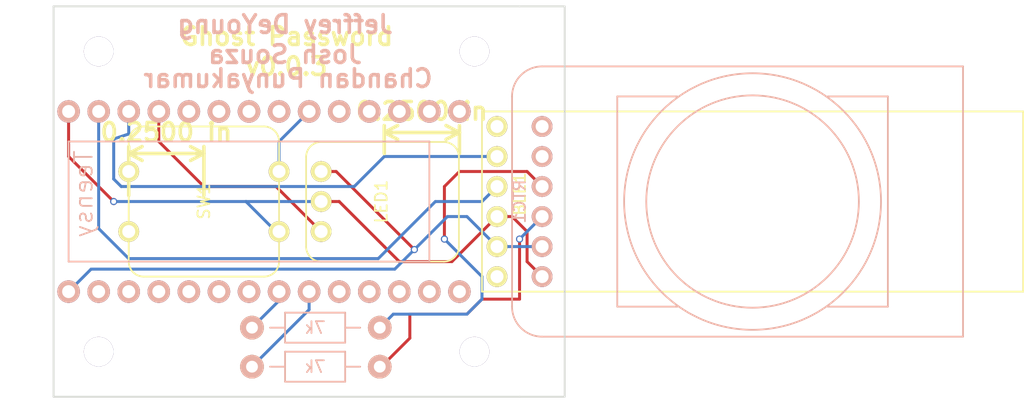
<source format=kicad_pcb>
(kicad_pcb (version 4) (host pcbnew 4.0.0-rc1-stable)

  (general
    (links 17)
    (no_connects 2)
    (area 100.734536 58.87488 187.600001 93.47418)
    (thickness 1.6)
    (drawings 13)
    (tracks 71)
    (zones 0)
    (modules 11)
    (nets 35)
  )

  (page A4)
  (layers
    (0 F.Cu signal)
    (31 B.Cu signal)
    (32 B.Adhes user)
    (33 F.Adhes user)
    (34 B.Paste user)
    (35 F.Paste user)
    (36 B.SilkS user)
    (37 F.SilkS user)
    (38 B.Mask user)
    (39 F.Mask user)
    (40 Dwgs.User user)
    (41 Cmts.User user)
    (42 Eco1.User user)
    (43 Eco2.User user)
    (44 Edge.Cuts user)
    (45 Margin user)
    (46 B.CrtYd user)
    (47 F.CrtYd user)
    (48 B.Fab user)
    (49 F.Fab user)
  )

  (setup
    (last_trace_width 0.25)
    (trace_clearance 0.2)
    (zone_clearance 0.508)
    (zone_45_only no)
    (trace_min 0.2)
    (segment_width 0.2)
    (edge_width 0.15)
    (via_size 0.6)
    (via_drill 0.4)
    (via_min_size 0.4)
    (via_min_drill 0.3)
    (uvia_size 0.3)
    (uvia_drill 0.1)
    (uvias_allowed no)
    (uvia_min_size 0.2)
    (uvia_min_drill 0.1)
    (pcb_text_width 0.3)
    (pcb_text_size 1.5 1.5)
    (mod_edge_width 0.15)
    (mod_text_size 1 1)
    (mod_text_width 0.15)
    (pad_size 1.524 1.524)
    (pad_drill 0.762)
    (pad_to_mask_clearance 0.2)
    (aux_axis_origin 109.22 64.77)
    (visible_elements 7FFFFFFF)
    (pcbplotparams
      (layerselection 0x010f0_80000001)
      (usegerberextensions true)
      (excludeedgelayer true)
      (linewidth 0.020000)
      (plotframeref false)
      (viasonmask false)
      (mode 1)
      (useauxorigin false)
      (hpglpennumber 1)
      (hpglpenspeed 20)
      (hpglpendiameter 15)
      (hpglpenoverlay 2)
      (psnegative false)
      (psa4output false)
      (plotreference true)
      (plotvalue true)
      (plotinvisibletext false)
      (padsonsilk false)
      (subtractmaskfromsilk false)
      (outputformat 1)
      (mirror false)
      (drillshape 0)
      (scaleselection 1)
      (outputdirectory output))
  )

  (net 0 "")
  (net 1 "Net-(BLE1-Pad1)")
  (net 2 /VCC)
  (net 3 /GND)
  (net 4 /BLE-RX-1)
  (net 5 "Net-(BLE1-Pad6)")
  (net 6 /LED-DIN)
  (net 7 /RTC-SDA)
  (net 8 /RTC-SCL)
  (net 9 "Net-(RTC1-Pad5)")
  (net 10 "Net-(RTC1-Pad6)")
  (net 11 /BTN-IN)
  (net 12 "Net-(U1-Pad5)")
  (net 13 "Net-(U1-Pad6)")
  (net 14 "Net-(U1-Pad10)")
  (net 15 "Net-(U1-Pad11)")
  (net 16 "Net-(U1-Pad12)")
  (net 17 "Net-(U1-Pad20)")
  (net 18 "Net-(U1-Pad21)")
  (net 19 "Net-(U1-Pad22)")
  (net 20 "Net-(U1-Pad23)")
  (net 21 "Net-(U1-Pad24)")
  (net 22 "Net-(U1-Pad25)")
  (net 23 "Net-(U1-Pad3)")
  (net 24 "Net-(U1-Pad4)")
  (net 25 "Net-(U1-Pad8)")
  (net 26 "Net-(U1-Pad9)")
  (net 27 "Net-(R70k1-Pad1)")
  (net 28 "Net-(70k1-Pad1)")
  (net 29 "Net-(BLE1-Pad4)")
  (net 30 "Net-(U1-Pad13)")
  (net 31 "Net-(U1-Pad14)")
  (net 32 "Net-(U1-Pad15)")
  (net 33 "Net-(U1-Pad16)")
  (net 34 "Net-(U1-Pad17)")

  (net_class Default "This is the default net class."
    (clearance 0.2)
    (trace_width 0.25)
    (via_dia 0.6)
    (via_drill 0.4)
    (uvia_dia 0.3)
    (uvia_drill 0.1)
    (add_net /BLE-RX-1)
    (add_net /BTN-IN)
    (add_net /GND)
    (add_net /LED-DIN)
    (add_net /RTC-SCL)
    (add_net /RTC-SDA)
    (add_net /VCC)
    (add_net "Net-(70k1-Pad1)")
    (add_net "Net-(BLE1-Pad1)")
    (add_net "Net-(BLE1-Pad4)")
    (add_net "Net-(BLE1-Pad6)")
    (add_net "Net-(R70k1-Pad1)")
    (add_net "Net-(RTC1-Pad5)")
    (add_net "Net-(RTC1-Pad6)")
    (add_net "Net-(U1-Pad10)")
    (add_net "Net-(U1-Pad11)")
    (add_net "Net-(U1-Pad12)")
    (add_net "Net-(U1-Pad13)")
    (add_net "Net-(U1-Pad14)")
    (add_net "Net-(U1-Pad15)")
    (add_net "Net-(U1-Pad16)")
    (add_net "Net-(U1-Pad17)")
    (add_net "Net-(U1-Pad20)")
    (add_net "Net-(U1-Pad21)")
    (add_net "Net-(U1-Pad22)")
    (add_net "Net-(U1-Pad23)")
    (add_net "Net-(U1-Pad24)")
    (add_net "Net-(U1-Pad25)")
    (add_net "Net-(U1-Pad3)")
    (add_net "Net-(U1-Pad4)")
    (add_net "Net-(U1-Pad5)")
    (add_net "Net-(U1-Pad6)")
    (add_net "Net-(U1-Pad8)")
    (add_net "Net-(U1-Pad9)")
  )

  (module Teensy-3.1 (layer B.Cu) (tedit 5653BE83) (tstamp 562D104E)
    (at 109.22 68.58)
    (path /563DA0BC)
    (fp_text reference Teensy (at -1.27 6.985 90) (layer B.SilkS)
      (effects (font (size 1.5 1.5) (thickness 0.15)) (justify mirror))
    )
    (fp_text value Teensy_3.1 (at 5.08 10.16) (layer B.Fab)
      (effects (font (size 1.5 1.5) (thickness 0.15)) (justify mirror))
    )
    (fp_line (start -2.54 12.7) (end 27.94 12.7) (layer B.SilkS) (width 0.15))
    (fp_line (start 27.94 12.7) (end 27.94 2.54) (layer B.SilkS) (width 0.15))
    (fp_line (start 27.94 2.54) (end -2.54 2.54) (layer B.SilkS) (width 0.15))
    (fp_line (start -2.54 2.54) (end -2.54 12.7) (layer B.SilkS) (width 0.15))
    (pad 0 thru_hole circle (at 0 0) (size 1.9 1.9) (drill 1.0922) (layers *.Cu *.Mask B.SilkS)
      (net 29 "Net-(BLE1-Pad4)"))
    (pad 1 thru_hole circle (at 2.54 0) (size 1.9 1.9) (drill 1.0922) (layers *.Cu *.Mask B.SilkS)
      (net 4 /BLE-RX-1))
    (pad 2 thru_hole circle (at 5.08 0) (size 1.9 1.9) (drill 1.0922) (layers *.Cu *.Mask B.SilkS)
      (net 6 /LED-DIN))
    (pad 3 thru_hole circle (at 7.62 0) (size 1.9 1.9) (drill 1.0922) (layers *.Cu *.Mask B.SilkS)
      (net 23 "Net-(U1-Pad3)"))
    (pad 4 thru_hole circle (at 10.16 0) (size 1.9 1.9) (drill 1.0922) (layers *.Cu *.Mask B.SilkS)
      (net 24 "Net-(U1-Pad4)"))
    (pad 5 thru_hole circle (at 12.7 0) (size 1.9 1.9) (drill 1.0922) (layers *.Cu *.Mask B.SilkS)
      (net 12 "Net-(U1-Pad5)"))
    (pad 6 thru_hole circle (at 15.24 0) (size 1.9 1.9) (drill 1.0922) (layers *.Cu *.Mask B.SilkS)
      (net 13 "Net-(U1-Pad6)"))
    (pad 7 thru_hole circle (at 17.78 0) (size 1.9 1.9) (drill 1.0922) (layers *.Cu *.Mask B.SilkS)
      (net 11 /BTN-IN))
    (pad 8 thru_hole circle (at 20.32 0) (size 1.9 1.9) (drill 1.0922) (layers *.Cu *.Mask B.SilkS)
      (net 25 "Net-(U1-Pad8)"))
    (pad 9 thru_hole circle (at 22.86 0) (size 1.9 1.9) (drill 1.0922) (layers *.Cu *.Mask B.SilkS)
      (net 26 "Net-(U1-Pad9)"))
    (pad 10 thru_hole circle (at 25.4 0) (size 1.9 1.9) (drill 1.0922) (layers *.Cu *.Mask B.SilkS)
      (net 14 "Net-(U1-Pad10)"))
    (pad 11 thru_hole circle (at 27.94 0) (size 1.9 1.9) (drill 1.0922) (layers *.Cu *.Mask B.SilkS)
      (net 15 "Net-(U1-Pad11)"))
    (pad 12 thru_hole circle (at 30.48 0) (size 1.9 1.9) (drill 1.0922) (layers *.Cu *.Mask B.SilkS)
      (net 16 "Net-(U1-Pad12)"))
    (pad 13 thru_hole circle (at 30.48 15.24) (size 1.9 1.9) (drill 1.0922) (layers *.Cu *.Mask B.SilkS)
      (net 30 "Net-(U1-Pad13)"))
    (pad 14 thru_hole circle (at 27.94 15.24) (size 1.9 1.9) (drill 1.0922) (layers *.Cu *.Mask B.SilkS)
      (net 31 "Net-(U1-Pad14)"))
    (pad 15 thru_hole circle (at 25.4 15.24) (size 1.9 1.9) (drill 1.0922) (layers *.Cu *.Mask B.SilkS)
      (net 32 "Net-(U1-Pad15)"))
    (pad 16 thru_hole circle (at 22.86 15.24) (size 1.9 1.9) (drill 1.0922) (layers *.Cu *.Mask B.SilkS)
      (net 33 "Net-(U1-Pad16)"))
    (pad 17 thru_hole circle (at 20.32 15.24) (size 1.9 1.9) (drill 1.0922) (layers *.Cu *.Mask B.SilkS)
      (net 34 "Net-(U1-Pad17)"))
    (pad 18 thru_hole circle (at 17.78 15.24) (size 1.9 1.9) (drill 1.0922) (layers *.Cu *.Mask B.SilkS)
      (net 27 "Net-(R70k1-Pad1)"))
    (pad 19 thru_hole circle (at 15.24 15.24) (size 1.9 1.9) (drill 1.0922) (layers *.Cu *.Mask B.SilkS)
      (net 28 "Net-(70k1-Pad1)"))
    (pad 20 thru_hole circle (at 12.7 15.24) (size 1.9 1.9) (drill 1.0922) (layers *.Cu *.Mask B.SilkS)
      (net 17 "Net-(U1-Pad20)"))
    (pad 21 thru_hole circle (at 10.16 15.24) (size 1.9 1.9) (drill 1.0922) (layers *.Cu *.Mask B.SilkS)
      (net 18 "Net-(U1-Pad21)"))
    (pad 22 thru_hole circle (at 7.62 15.24) (size 1.9 1.9) (drill 1.0922) (layers *.Cu *.Mask B.SilkS)
      (net 19 "Net-(U1-Pad22)"))
    (pad 23 thru_hole circle (at 5.08 15.24) (size 1.9 1.9) (drill 1.0922) (layers *.Cu *.Mask B.SilkS)
      (net 20 "Net-(U1-Pad23)"))
    (pad 24 thru_hole circle (at 2.54 15.24) (size 1.9 1.9) (drill 1.0922) (layers *.Cu *.Mask B.SilkS)
      (net 21 "Net-(U1-Pad24)"))
    (pad 25 thru_hole circle (at 0 15.24) (size 1.9 1.9) (drill 1.0922) (layers *.Cu *.Mask B.SilkS)
      (net 22 "Net-(U1-Pad25)"))
    (pad 26 thru_hole circle (at -2.54 15.24) (size 1.9 1.9) (drill 1.0922) (layers *.Cu *.Mask B.SilkS)
      (net 2 /VCC))
    (pad 27 thru_hole circle (at -2.54 0) (size 1.9 1.9) (drill 1.0922) (layers *.Cu *.Mask B.SilkS)
      (net 3 /GND))
  )

  (module Resistor_Horizontal_RM10mm (layer B.Cu) (tedit 5653BBE9) (tstamp 563DCE50)
    (at 127.254 86.868)
    (descr "Resistor, Axial,  RM 10mm, 1/3W,")
    (tags "Resistor, Axial, RM 10mm, 1/3W,")
    (path /563DD290)
    (fp_text reference 7k (at 0.254 0) (layer B.SilkS)
      (effects (font (size 1 1) (thickness 0.15)) (justify mirror))
    )
    (fp_text value R_Small (at 0.254 -1.905) (layer B.Fab)
      (effects (font (size 1 1) (thickness 0.15)) (justify mirror))
    )
    (fp_line (start -2.286 1.27) (end 2.794 1.27) (layer B.SilkS) (width 0.15))
    (fp_line (start 2.794 1.27) (end 2.794 -1.27) (layer B.SilkS) (width 0.15))
    (fp_line (start 2.794 -1.27) (end -2.286 -1.27) (layer B.SilkS) (width 0.15))
    (fp_line (start -2.286 -1.27) (end -2.286 1.27) (layer B.SilkS) (width 0.15))
    (fp_line (start -2.286 0) (end -3.556 0) (layer B.SilkS) (width 0.15))
    (fp_line (start 2.794 0) (end 4.064 0) (layer B.SilkS) (width 0.15))
    (pad 1 thru_hole circle (at -5.08 0) (size 1.99898 1.99898) (drill 1.00076) (layers *.Cu *.SilkS *.Mask)
      (net 28 "Net-(70k1-Pad1)"))
    (pad 2 thru_hole circle (at 5.715 0) (size 1.99898 1.99898) (drill 1.00076) (layers *.Cu *.SilkS *.Mask)
      (net 8 /RTC-SCL))
    (model Resistors_ThroughHole.3dshapes/Resistor_Horizontal_RM10mm.wrl
      (at (xyz 0 0 0))
      (scale (xyz 0.4 0.4 0.4))
      (rotate (xyz 0 0 0))
    )
  )

  (module NeoPixel_Jewel (layer F.Cu) (tedit 5653B7E4) (tstamp 562D1020)
    (at 126.746 81.28 90)
    (path /562C13AF)
    (fp_text reference LED1 (at 5.08 6.35 90) (layer F.SilkS)
      (effects (font (size 1 1) (thickness 0.15)))
    )
    (fp_text value NeoPixel_Jewel (at 8.89 6.35 180) (layer F.Fab)
      (effects (font (size 1 1) (thickness 0.15)))
    )
    (fp_line (start 1.27 0) (end 8.85 0) (layer F.SilkS) (width 0.15))
    (fp_line (start 0 11.64) (end 0 1.27) (layer F.SilkS) (width 0.15))
    (fp_line (start 8.89 12.91) (end 1.27 12.91) (layer F.SilkS) (width 0.15))
    (fp_line (start 10.12 11.64) (end 10.12 1.27) (layer F.SilkS) (width 0.15))
    (fp_arc (start 1.27 11.64) (end 1.27 12.91) (angle 90) (layer F.SilkS) (width 0.15))
    (fp_arc (start 8.85 11.64) (end 10.12 11.64) (angle 90) (layer F.SilkS) (width 0.15))
    (fp_arc (start 8.85 1.27) (end 8.85 0) (angle 90) (layer F.SilkS) (width 0.15))
    (fp_arc (start 1.27 1.27) (end 0 1.27) (angle 90) (layer F.SilkS) (width 0.15))
    (pad 1 thru_hole circle (at 7.62 1.27 90) (size 1.7526 1.7526) (drill 1.0922) (layers *.Cu *.Mask F.SilkS)
      (net 2 /VCC))
    (pad 2 thru_hole circle (at 5.08 1.27 90) (size 1.7526 1.7526) (drill 1.0922) (layers *.Cu *.Mask F.SilkS)
      (net 3 /GND))
    (pad 3 thru_hole circle (at 2.54 1.27 90) (size 1.7526 1.7526) (drill 1.0922) (layers *.Cu *.Mask F.SilkS)
      (net 6 /LED-DIN))
  )

  (module GhostPassword:Tactile_switch (layer F.Cu) (tedit 563D6BE0) (tstamp 562D1032)
    (at 118.11 76.2 270)
    (path /562C1496)
    (fp_text reference SW1 (at 0 0 270) (layer F.SilkS)
      (effects (font (size 1 1) (thickness 0.15)))
    )
    (fp_text value SW_PUSH (at 0 -8.89 270) (layer F.Fab)
      (effects (font (size 1 1) (thickness 0.15)))
    )
    (fp_line (start 6.35 -5.08) (end 6.35 5.08) (layer F.SilkS) (width 0.15))
    (fp_arc (start 5.08 5.08) (end 6.35 5.08) (angle 90) (layer F.SilkS) (width 0.15))
    (fp_arc (start -5.08 5.08) (end -5.08 6.35) (angle 90) (layer F.SilkS) (width 0.15))
    (fp_line (start -6.35 -5.08) (end -6.35 5.08) (layer F.SilkS) (width 0.15))
    (fp_line (start 5.08 6.35) (end -5.08 6.35) (layer F.SilkS) (width 0.15))
    (fp_line (start 5.08 -6.35) (end -5.08 -6.35) (layer F.SilkS) (width 0.15))
    (fp_arc (start 5.08 -5.08) (end 5.08 -6.35) (angle 90) (layer F.SilkS) (width 0.15))
    (fp_arc (start -5.08 -5.08) (end -6.35 -5.08) (angle 90) (layer F.SilkS) (width 0.15))
    (pad 2 thru_hole circle (at 2.54 -6.35 270) (size 1.7526 1.7526) (drill 1.0922) (layers *.Cu *.Mask F.SilkS)
      (net 3 /GND))
    (pad 1 thru_hole circle (at -2.54 -6.35 270) (size 1.7526 1.7526) (drill 1.0922) (layers *.Cu *.Mask F.SilkS)
      (net 11 /BTN-IN))
    (pad 1 thru_hole circle (at -2.54 6.35 270) (size 1.7526 1.7526) (drill 1.0922) (layers *.Cu *.Mask F.SilkS)
      (net 11 /BTN-IN))
    (pad 2 thru_hole circle (at 2.54 6.35 270) (size 1.7526 1.7526) (drill 1.0922) (layers *.Cu *.Mask F.SilkS)
      (net 3 /GND))
  )

  (module Mounting_Holes:MountingHole_2-5mm (layer F.Cu) (tedit 563E767B) (tstamp 562D9588)
    (at 109.22 63.5)
    (descr "Mounting hole, Befestigungsbohrung, 2,5mm, No Annular, Kein Restring,")
    (tags "Mounting hole, Befestigungsbohrung, 2,5mm, No Annular, Kein Restring,")
    (fp_text reference REF** (at 0 -3.50012) (layer Dwgs.User)
      (effects (font (size 1 1) (thickness 0.15)))
    )
    (fp_text value MountingHole_2-5mm (at 0.09906 3.59918) (layer F.Fab)
      (effects (font (size 1 1) (thickness 0.15)))
    )
    (fp_circle (center 0 0) (end 2.5 0) (layer Cmts.User) (width 0.381))
    (pad 1 thru_hole circle (at 0 0) (size 2.5 2.5) (drill 2.5) (layers))
  )

  (module Mounting_Holes:MountingHole_2-5mm (layer F.Cu) (tedit 563E7683) (tstamp 562DA2FF)
    (at 140.97 63.5)
    (descr "Mounting hole, Befestigungsbohrung, 2,5mm, No Annular, Kein Restring,")
    (tags "Mounting hole, Befestigungsbohrung, 2,5mm, No Annular, Kein Restring,")
    (fp_text reference REF** (at 0 -3.50012) (layer Dwgs.User)
      (effects (font (size 1 1) (thickness 0.15)))
    )
    (fp_text value MountingHole_2-5mm (at 0.09906 3.59918) (layer F.Fab)
      (effects (font (size 1 1) (thickness 0.15)))
    )
    (fp_circle (center 0 0) (end 2.5 0) (layer Cmts.User) (width 0.381))
    (pad 1 thru_hole circle (at 0 0) (size 2.5 2.5) (drill 2.5) (layers))
  )

  (module Mounting_Holes:MountingHole_2-5mm (layer F.Cu) (tedit 563E766B) (tstamp 562DA306)
    (at 140.97 88.9)
    (descr "Mounting hole, Befestigungsbohrung, 2,5mm, No Annular, Kein Restring,")
    (tags "Mounting hole, Befestigungsbohrung, 2,5mm, No Annular, Kein Restring,")
    (fp_text reference REF** (at 0 -3.50012) (layer Dwgs.User)
      (effects (font (size 1 1) (thickness 0.15)))
    )
    (fp_text value MountingHole_2-5mm (at 0.09906 3.59918) (layer F.Fab)
      (effects (font (size 1 1) (thickness 0.15)))
    )
    (fp_circle (center 0 0) (end 2.5 0) (layer Cmts.User) (width 0.381))
    (pad 1 thru_hole circle (at 0 0) (size 2.5 2.5) (drill 2.5) (layers))
  )

  (module Mounting_Holes:MountingHole_2-5mm (layer F.Cu) (tedit 563E7673) (tstamp 562DA315)
    (at 109.22 88.9)
    (descr "Mounting hole, Befestigungsbohrung, 2,5mm, No Annular, Kein Restring,")
    (tags "Mounting hole, Befestigungsbohrung, 2,5mm, No Annular, Kein Restring,")
    (fp_text reference REF** (at 0 -3.50012) (layer Dwgs.User)
      (effects (font (size 1 1) (thickness 0.15)))
    )
    (fp_text value MountingHole_2-5mm (at 0.09906 3.59918) (layer F.Fab)
      (effects (font (size 1 1) (thickness 0.15)))
    )
    (fp_circle (center 0 0) (end 2.5 0) (layer Cmts.User) (width 0.381))
    (pad 1 thru_hole circle (at 0 0) (size 2.5 2.5) (drill 2.5) (layers))
  )

  (module GhostPassword:BlueSmirfHID (layer F.Cu) (tedit 563E76A5) (tstamp 562D1019)
    (at 141.605 83.82 90)
    (path /563DA39B)
    (fp_text reference BLE1 (at 8.255 3.175 90) (layer F.SilkS)
      (effects (font (size 1 1) (thickness 0.15)))
    )
    (fp_text value BlueSmirfHID (at 7.62 22.86 90) (layer F.Fab)
      (effects (font (size 1 1) (thickness 0.15)))
    )
    (fp_line (start 0 0) (end 15.24 0) (layer F.SilkS) (width 0.15))
    (fp_line (start 15.24 0) (end 15.24 45.72) (layer F.SilkS) (width 0.15))
    (fp_line (start 15.24 45.72) (end 0 45.72) (layer F.SilkS) (width 0.15))
    (fp_line (start 0 45.72) (end 0 0) (layer F.SilkS) (width 0.15))
    (pad 1 thru_hole circle (at 1.27 1.27 90) (size 1.7526 1.7526) (drill 1.0922) (layers *.Cu *.Mask F.SilkS)
      (net 1 "Net-(BLE1-Pad1)"))
    (pad 2 thru_hole circle (at 3.81 1.27 90) (size 1.7526 1.7526) (drill 1.0922) (layers *.Cu *.Mask F.SilkS)
      (net 2 /VCC))
    (pad 3 thru_hole circle (at 6.35 1.27 90) (size 1.7526 1.7526) (drill 1.0922) (layers *.Cu *.Mask F.SilkS)
      (net 3 /GND))
    (pad 4 thru_hole circle (at 8.89 1.27 90) (size 1.7526 1.7526) (drill 1.0922) (layers *.Cu *.Mask F.SilkS)
      (net 29 "Net-(BLE1-Pad4)"))
    (pad 5 thru_hole circle (at 11.43 1.27 90) (size 1.7526 1.7526) (drill 1.0922) (layers *.Cu *.Mask F.SilkS)
      (net 4 /BLE-RX-1))
    (pad 6 thru_hole circle (at 13.97 1.27 90) (size 1.7526 1.7526) (drill 1.0922) (layers *.Cu *.Mask F.SilkS)
      (net 5 "Net-(BLE1-Pad6)"))
  )

  (module GhostPassword:DS3231 (layer B.Cu) (tedit 563E76AB) (tstamp 562D102A)
    (at 144.145 64.77 270)
    (path /562C11B5)
    (fp_text reference RTC1 (at 11.43 -0.635 270) (layer B.SilkS)
      (effects (font (size 1 1) (thickness 0.15)) (justify mirror))
    )
    (fp_text value DS3231 (at 11.43 -35.06 270) (layer B.Fab)
      (effects (font (size 1 1) (thickness 0.15)) (justify mirror))
    )
    (fp_line (start 2.54 -31.75) (end 2.54 -26.67) (layer B.SilkS) (width 0.15))
    (fp_line (start 2.54 -31.75) (end 20.32 -31.75) (layer B.SilkS) (width 0.15))
    (fp_line (start 20.32 -31.75) (end 20.32 -26.67) (layer B.SilkS) (width 0.15))
    (fp_line (start 20.32 -13.97) (end 20.32 -8.89) (layer B.SilkS) (width 0.15))
    (fp_line (start 20.32 -8.89) (end 2.54 -8.89) (layer B.SilkS) (width 0.15))
    (fp_line (start 2.54 -8.89) (end 2.54 -13.97) (layer B.SilkS) (width 0.15))
    (fp_circle (center 11.43 -20.32) (end 20.32 -19.05) (layer B.SilkS) (width 0.15))
    (fp_circle (center 11.43 -20.32) (end 21.59 -16.51) (layer B.SilkS) (width 0.15))
    (fp_line (start 0 -2.54) (end 0 -38.1) (layer B.SilkS) (width 0.15))
    (fp_line (start 22.86 -2.54) (end 22.86 -38.1) (layer B.SilkS) (width 0.15))
    (fp_line (start 20.32 0) (end 2.54 0) (layer B.SilkS) (width 0.15))
    (fp_arc (start 2.54 -2.54) (end 0 -2.54) (angle -90) (layer B.SilkS) (width 0.15))
    (fp_arc (start 20.32 -2.54) (end 20.32 0) (angle -90) (layer B.SilkS) (width 0.15))
    (fp_line (start 0 -38.1) (end 22.86 -38.1) (layer B.SilkS) (width 0.15))
    (pad 1 thru_hole circle (at 17.78 -2.54 270) (size 1.7526 1.7526) (drill 1.0922) (layers *.Cu *.Mask B.SilkS)
      (net 3 /GND))
    (pad 2 thru_hole circle (at 15.24 -2.54 270) (size 1.7526 1.7526) (drill 1.0922) (layers *.Cu *.Mask B.SilkS)
      (net 2 /VCC))
    (pad 3 thru_hole circle (at 12.7 -2.54 270) (size 1.7526 1.7526) (drill 1.0922) (layers *.Cu *.Mask B.SilkS)
      (net 7 /RTC-SDA))
    (pad 4 thru_hole circle (at 10.16 -2.54 270) (size 1.7526 1.7526) (drill 1.0922) (layers *.Cu *.Mask B.SilkS)
      (net 8 /RTC-SCL))
    (pad 5 thru_hole circle (at 7.62 -2.54 270) (size 1.7526 1.7526) (drill 1.0922) (layers *.Cu *.Mask B.SilkS)
      (net 9 "Net-(RTC1-Pad5)"))
    (pad 6 thru_hole circle (at 5.08 -2.54 270) (size 1.7526 1.7526) (drill 1.0922) (layers *.Cu *.Mask B.SilkS)
      (net 10 "Net-(RTC1-Pad6)"))
  )

  (module GhostPassword:Resistor_Horizontal_RM10mm (layer B.Cu) (tedit 5653BBE9) (tstamp 563DCE56)
    (at 127.254 90.17)
    (descr "Resistor, Axial,  RM 10mm, 1/3W,")
    (tags "Resistor, Axial, RM 10mm, 1/3W,")
    (path /563DD39B)
    (fp_text reference 7k (at 0.254 0) (layer B.SilkS)
      (effects (font (size 1 1) (thickness 0.15)) (justify mirror))
    )
    (fp_text value R_Small (at 0.254 -1.905) (layer B.Fab)
      (effects (font (size 1 1) (thickness 0.15)) (justify mirror))
    )
    (fp_line (start -2.286 1.27) (end 2.794 1.27) (layer B.SilkS) (width 0.15))
    (fp_line (start 2.794 1.27) (end 2.794 -1.27) (layer B.SilkS) (width 0.15))
    (fp_line (start 2.794 -1.27) (end -2.286 -1.27) (layer B.SilkS) (width 0.15))
    (fp_line (start -2.286 -1.27) (end -2.286 1.27) (layer B.SilkS) (width 0.15))
    (fp_line (start -2.286 0) (end -3.556 0) (layer B.SilkS) (width 0.15))
    (fp_line (start 2.794 0) (end 4.064 0) (layer B.SilkS) (width 0.15))
    (pad 1 thru_hole circle (at -5.08 0) (size 1.99898 1.99898) (drill 1.00076) (layers *.Cu *.SilkS *.Mask)
      (net 27 "Net-(R70k1-Pad1)"))
    (pad 2 thru_hole circle (at 5.715 0) (size 1.99898 1.99898) (drill 1.00076) (layers *.Cu *.SilkS *.Mask)
      (net 7 /RTC-SDA))
    (model Resistors_ThroughHole.3dshapes/Resistor_Horizontal_RM10mm.wrl
      (at (xyz 0 0 0))
      (scale (xyz 0.4 0.4 0.4))
      (rotate (xyz 0 0 0))
    )
  )

  (dimension 6.35 (width 0.3) (layer F.SilkS)
    (gr_text "6.350 mm" (at 136.525 69.008001) (layer F.SilkS)
      (effects (font (size 1.5 1.5) (thickness 0.3)))
    )
    (feature1 (pts (xy 133.35 72.136) (xy 133.35 67.658001)))
    (feature2 (pts (xy 139.7 72.136) (xy 139.7 67.658001)))
    (crossbar (pts (xy 139.7 70.358001) (xy 133.35 70.358001)))
    (arrow1a (pts (xy 133.35 70.358001) (xy 134.476504 69.77158)))
    (arrow1b (pts (xy 133.35 70.358001) (xy 134.476504 70.944422)))
    (arrow2a (pts (xy 139.7 70.358001) (xy 138.573496 69.77158)))
    (arrow2b (pts (xy 139.7 70.358001) (xy 138.573496 70.944422)))
  )
  (dimension 6.35 (width 0.3) (layer F.SilkS)
    (gr_text "6.350 mm" (at 114.935 70.786) (layer F.SilkS)
      (effects (font (size 1.5 1.5) (thickness 0.3)))
    )
    (feature1 (pts (xy 118.11 75.692) (xy 118.11 69.436)))
    (feature2 (pts (xy 111.76 75.692) (xy 111.76 69.436)))
    (crossbar (pts (xy 111.76 72.136) (xy 118.11 72.136)))
    (arrow1a (pts (xy 118.11 72.136) (xy 116.983496 72.722421)))
    (arrow1b (pts (xy 118.11 72.136) (xy 116.983496 71.549579)))
    (arrow2a (pts (xy 111.76 72.136) (xy 112.886504 72.722421)))
    (arrow2b (pts (xy 111.76 72.136) (xy 112.886504 71.549579)))
  )
  (gr_line (start 148.59 92.71) (end 144.78 92.71) (angle 90) (layer Edge.Cuts) (width 0.15))
  (gr_line (start 144.78 59.69) (end 148.59 59.69) (angle 90) (layer Edge.Cuts) (width 0.15))
  (gr_text "Chandan Punyakumar" (at 125.222 65.786) (layer B.SilkS)
    (effects (font (size 1.5 1.5) (thickness 0.3)) (justify mirror))
  )
  (gr_text "Jeffrey DeYoung" (at 124.968 61.214) (layer B.SilkS)
    (effects (font (size 1.5 1.5) (thickness 0.3)) (justify mirror))
  )
  (gr_text "Josh Souza" (at 124.968 63.754) (layer B.SilkS)
    (effects (font (size 1.5 1.5) (thickness 0.3)) (justify mirror))
  )
  (gr_text v0.0.3 (at 125.095 64.77) (layer F.SilkS)
    (effects (font (size 1.5 1.5) (thickness 0.3)))
  )
  (gr_text "Ghost Password" (at 125.095 62.23) (layer F.SilkS)
    (effects (font (size 1.5 1.5) (thickness 0.3)))
  )
  (gr_line (start 148.59 92.71) (end 148.59 59.69) (angle 90) (layer Edge.Cuts) (width 0.15))
  (gr_line (start 105.41 59.69) (end 105.41 92.71) (angle 90) (layer Edge.Cuts) (width 0.15))
  (gr_line (start 144.78 92.71) (end 105.41 92.71) (angle 90) (layer Edge.Cuts) (width 0.15))
  (gr_line (start 105.41 59.69) (end 144.78 59.69) (angle 90) (layer Edge.Cuts) (width 0.15))

  (segment (start 128.016 73.66) (end 129.286 73.66) (width 0.25) (layer F.Cu) (net 2))
  (via (at 135.89 80.264) (size 0.6) (drill 0.4) (layers F.Cu B.Cu) (net 2))
  (segment (start 129.286 73.66) (end 135.89 80.264) (width 0.25) (layer F.Cu) (net 2) (tstamp 5653BB5D))
  (segment (start 134.239 81.915) (end 135.89 80.264) (width 0.25) (layer B.Cu) (net 2) (tstamp 562D16EB) (status 20))
  (segment (start 135.89 80.264) (end 138.684 77.47) (width 0.25) (layer B.Cu) (net 2) (tstamp 5653BB8B) (status 20))
  (segment (start 140.335 77.47) (end 142.875 80.01) (width 0.25) (layer B.Cu) (net 2) (tstamp 563DD3D1))
  (segment (start 138.684 77.47) (end 140.335 77.47) (width 0.25) (layer B.Cu) (net 2) (tstamp 563DD3CB))
  (segment (start 142.875 80.01) (end 146.685 80.01) (width 0.25) (layer B.Cu) (net 2))
  (segment (start 108.585 81.915) (end 134.239 81.915) (width 0.25) (layer B.Cu) (net 2) (tstamp 562D16EA))
  (segment (start 106.68 83.82) (end 108.585 81.915) (width 0.25) (layer B.Cu) (net 2) (status 10))
  (segment (start 129.54 76.2) (end 128.016 76.2) (width 0.25) (layer F.Cu) (net 3))
  (segment (start 124.46 78.74) (end 124.206 78.74) (width 0.25) (layer B.Cu) (net 3))
  (segment (start 124.206 78.74) (end 121.666 76.2) (width 0.25) (layer B.Cu) (net 3) (tstamp 5653BAF2))
  (segment (start 110.49 76.2) (end 121.666 76.2) (width 0.25) (layer B.Cu) (net 3) (tstamp 5653BA4B))
  (segment (start 121.666 76.2) (end 128.016 76.2) (width 0.25) (layer B.Cu) (net 3) (tstamp 5653BAF6))
  (via (at 110.49 76.2) (size 0.6) (drill 0.4) (layers F.Cu B.Cu) (net 3))
  (segment (start 129.54 76.2) (end 133.35 80.01) (width 0.25) (layer F.Cu) (net 3) (status 10))
  (segment (start 133.35 80.01) (end 134.62 81.28) (width 0.25) (layer F.Cu) (net 3) (tstamp 563E7347) (status 10))
  (segment (start 134.62 81.28) (end 139.065 81.28) (width 0.25) (layer F.Cu) (net 3) (tstamp 562D17F4))
  (segment (start 129.54 76.2) (end 129.54 76.2) (width 0.25) (layer F.Cu) (net 3) (status 10))
  (segment (start 146.685 82.55) (end 145.415 81.28) (width 0.25) (layer F.Cu) (net 3))
  (segment (start 144.145 77.47) (end 142.875 77.47) (width 0.25) (layer F.Cu) (net 3) (tstamp 563DD1D0))
  (segment (start 145.415 78.74) (end 144.145 77.47) (width 0.25) (layer F.Cu) (net 3) (tstamp 563DD1CF))
  (segment (start 145.415 81.28) (end 145.415 78.74) (width 0.25) (layer F.Cu) (net 3) (tstamp 563DD1CE))
  (segment (start 139.065 81.28) (end 142.875 77.47) (width 0.25) (layer F.Cu) (net 3) (tstamp 562D17F7) (status 20))
  (segment (start 110.49 76.2) (end 106.68 72.39) (width 0.25) (layer F.Cu) (net 3) (tstamp 563D83C3))
  (segment (start 106.68 72.39) (end 106.68 68.58) (width 0.25) (layer F.Cu) (net 3) (tstamp 563D83CB) (status 20))
  (segment (start 133.35 72.39) (end 142.875 72.39) (width 0.25) (layer B.Cu) (net 4) (tstamp 562D17BE) (status 20))
  (segment (start 130.81 74.93) (end 133.35 72.39) (width 0.25) (layer B.Cu) (net 4) (tstamp 562D17B7))
  (segment (start 111.125 74.93) (end 130.81 74.93) (width 0.25) (layer B.Cu) (net 4) (tstamp 562D17B5))
  (segment (start 110.49 74.295) (end 111.125 74.93) (width 0.25) (layer B.Cu) (net 4) (tstamp 563D78CD))
  (segment (start 110.49 70.908333) (end 110.49 74.295) (width 0.25) (layer B.Cu) (net 4) (tstamp 562D17AE))
  (segment (start 111.76 70.485) (end 110.49 70.908333) (width 0.25) (layer B.Cu) (net 4) (tstamp 563D78A0))
  (segment (start 111.76 68.58) (end 111.76 70.485) (width 0.25) (layer B.Cu) (net 4) (status 10))
  (segment (start 128.016 78.74) (end 124.206 74.93) (width 0.25) (layer F.Cu) (net 6) (status 10))
  (segment (start 124.206 74.93) (end 118.11 74.93) (width 0.25) (layer F.Cu) (net 6) (tstamp 563D841C))
  (segment (start 118.11 74.93) (end 114.3 71.12) (width 0.25) (layer F.Cu) (net 6) (tstamp 563D8424))
  (segment (start 114.3 71.12) (end 114.3 68.58) (width 0.25) (layer F.Cu) (net 6) (tstamp 563D842F) (status 20))
  (segment (start 137.16 85.725) (end 135.509 85.725) (width 0.25) (layer F.Cu) (net 7))
  (segment (start 135.509 87.757) (end 133.096 90.17) (width 0.25) (layer F.Cu) (net 7) (tstamp 563DD773))
  (segment (start 135.509 85.725) (end 135.509 87.757) (width 0.25) (layer F.Cu) (net 7) (tstamp 563DD771))
  (segment (start 144.78 79.375) (end 146.685 77.47) (width 0.25) (layer B.Cu) (net 7) (tstamp 563DD501))
  (via (at 144.78 79.375) (size 0.6) (drill 0.4) (layers F.Cu B.Cu) (net 7))
  (segment (start 144.78 84.455) (end 144.78 79.375) (width 0.25) (layer F.Cu) (net 7) (tstamp 563DD4EE))
  (segment (start 141.605 84.455) (end 144.78 84.455) (width 0.25) (layer F.Cu) (net 7) (tstamp 563DD4EC))
  (segment (start 140.335 85.725) (end 141.605 84.455) (width 0.25) (layer F.Cu) (net 7) (tstamp 563DD4EA))
  (segment (start 137.16 85.725) (end 140.335 85.725) (width 0.25) (layer F.Cu) (net 7) (tstamp 563DD4E5))
  (segment (start 138.43 74.93) (end 139.7 73.66) (width 0.25) (layer F.Cu) (net 8) (tstamp 563DD4D3))
  (segment (start 138.43 79.375) (end 138.43 74.93) (width 0.25) (layer F.Cu) (net 8) (tstamp 563DD4D2))
  (via (at 138.43 79.375) (size 0.6) (drill 0.4) (layers F.Cu B.Cu) (net 8))
  (segment (start 141.605 82.55) (end 138.43 79.375) (width 0.25) (layer B.Cu) (net 8) (tstamp 563DD4B8))
  (segment (start 141.605 84.455) (end 141.605 82.55) (width 0.25) (layer B.Cu) (net 8) (tstamp 563DD4B6))
  (segment (start 140.335 85.725) (end 141.605 84.455) (width 0.25) (layer B.Cu) (net 8) (tstamp 563DD4AD))
  (segment (start 132.6515 87.1855) (end 134.112 85.725) (width 0.25) (layer B.Cu) (net 8))
  (segment (start 145.415 73.66) (end 146.685 74.93) (width 0.25) (layer F.Cu) (net 8) (tstamp 563DD4DA))
  (segment (start 139.7 73.66) (end 145.415 73.66) (width 0.25) (layer F.Cu) (net 8) (tstamp 563DD4D7))
  (segment (start 134.112 85.725) (end 140.335 85.725) (width 0.25) (layer B.Cu) (net 8) (tstamp 563DD4A0))
  (segment (start 111.76 73.66) (end 111.925 73.495) (width 0.25) (layer F.Cu) (net 11) (tstamp 562D1762) (status 30))
  (via (at 111.76 73.66) (size 0.6) (drill 0.4) (layers F.Cu B.Cu) (net 11) (status 30))
  (segment (start 124.46 71.12) (end 124.46 73.66) (width 0.25) (layer B.Cu) (net 11) (tstamp 563D82DF) (status 20))
  (segment (start 124.46 71.12) (end 127 68.58) (width 0.25) (layer B.Cu) (net 11) (status 10))
  (segment (start 122.174 90.17) (end 127 85.344) (width 0.25) (layer B.Cu) (net 27))
  (segment (start 127 85.344) (end 127 83.82) (width 0.25) (layer B.Cu) (net 27))
  (segment (start 124.46 83.82) (end 124.46 84.582) (width 0.25) (layer B.Cu) (net 28))
  (segment (start 124.46 84.582) (end 122.174 86.868) (width 0.25) (layer B.Cu) (net 28) (tstamp 5653C273))
  (segment (start 141.605 76.2) (end 142.875 74.93) (width 0.25) (layer B.Cu) (net 29) (tstamp 562D17CD) (status 20))
  (segment (start 109.22 68.58) (end 109.22 78.486) (width 0.25) (layer B.Cu) (net 29) (status 10))
  (segment (start 109.22 78.486) (end 111.76 81.026) (width 0.25) (layer B.Cu) (net 29) (tstamp 562D17C7))
  (segment (start 111.76 81.026) (end 132.842 81.026) (width 0.25) (layer B.Cu) (net 29) (tstamp 562D17C9))
  (segment (start 132.842 81.026) (end 137.668 76.2) (width 0.25) (layer B.Cu) (net 29) (tstamp 5653B8B7))
  (segment (start 137.668 76.2) (end 141.605 76.2) (width 0.25) (layer B.Cu) (net 29) (tstamp 5653B97E))

)

</source>
